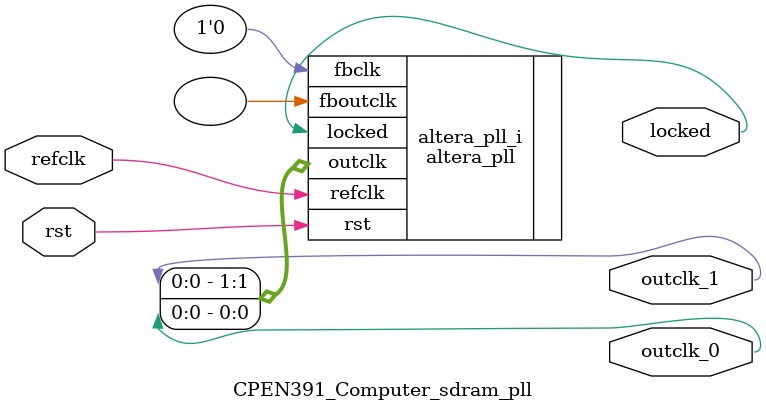
<source format=v>
`timescale 1ns/10ps
module  CPEN391_Computer_sdram_pll(

	// interface 'refclk'
	input wire refclk,

	// interface 'reset'
	input wire rst,

	// interface 'outclk0'
	output wire outclk_0,

	// interface 'outclk1'
	output wire outclk_1,

	// interface 'locked'
	output wire locked
);

	altera_pll #(
		.fractional_vco_multiplier("false"),
		.reference_clock_frequency("50.0 MHz"),
		.operation_mode("direct"),
		.number_of_clocks(2),
		.output_clock_frequency0("50.000000 MHz"),
		.phase_shift0("0 ps"),
		.duty_cycle0(50),
		.output_clock_frequency1("50.000000 MHz"),
		.phase_shift1("-3000 ps"),
		.duty_cycle1(50),
		.output_clock_frequency2("0 MHz"),
		.phase_shift2("0 ps"),
		.duty_cycle2(50),
		.output_clock_frequency3("0 MHz"),
		.phase_shift3("0 ps"),
		.duty_cycle3(50),
		.output_clock_frequency4("0 MHz"),
		.phase_shift4("0 ps"),
		.duty_cycle4(50),
		.output_clock_frequency5("0 MHz"),
		.phase_shift5("0 ps"),
		.duty_cycle5(50),
		.output_clock_frequency6("0 MHz"),
		.phase_shift6("0 ps"),
		.duty_cycle6(50),
		.output_clock_frequency7("0 MHz"),
		.phase_shift7("0 ps"),
		.duty_cycle7(50),
		.output_clock_frequency8("0 MHz"),
		.phase_shift8("0 ps"),
		.duty_cycle8(50),
		.output_clock_frequency9("0 MHz"),
		.phase_shift9("0 ps"),
		.duty_cycle9(50),
		.output_clock_frequency10("0 MHz"),
		.phase_shift10("0 ps"),
		.duty_cycle10(50),
		.output_clock_frequency11("0 MHz"),
		.phase_shift11("0 ps"),
		.duty_cycle11(50),
		.output_clock_frequency12("0 MHz"),
		.phase_shift12("0 ps"),
		.duty_cycle12(50),
		.output_clock_frequency13("0 MHz"),
		.phase_shift13("0 ps"),
		.duty_cycle13(50),
		.output_clock_frequency14("0 MHz"),
		.phase_shift14("0 ps"),
		.duty_cycle14(50),
		.output_clock_frequency15("0 MHz"),
		.phase_shift15("0 ps"),
		.duty_cycle15(50),
		.output_clock_frequency16("0 MHz"),
		.phase_shift16("0 ps"),
		.duty_cycle16(50),
		.output_clock_frequency17("0 MHz"),
		.phase_shift17("0 ps"),
		.duty_cycle17(50),
		.pll_type("General"),
		.pll_subtype("General")
	) altera_pll_i (
		.rst	(rst),
		.outclk	({outclk_1, outclk_0}),
		.locked	(locked),
		.fboutclk	( ),
		.fbclk	(1'b0),
		.refclk	(refclk)
	);
endmodule


</source>
